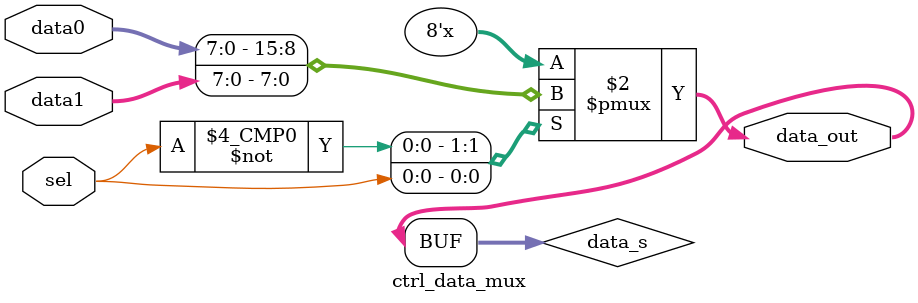
<source format=v>
`timescale 1ns / 1ps
module ctrl_data_mux(
   input [7:0] data0,
	input [7:0] data1,
	output [7:0] data_out,
	input sel
    );
	
	reg [7:0] data_s;
	assign data_out =  data_s;
	
	always @(*)
	begin
		case(sel)
			1'b0: data_s = data0;
			1'b1: data_s = data1;
		endcase
	end

endmodule

</source>
